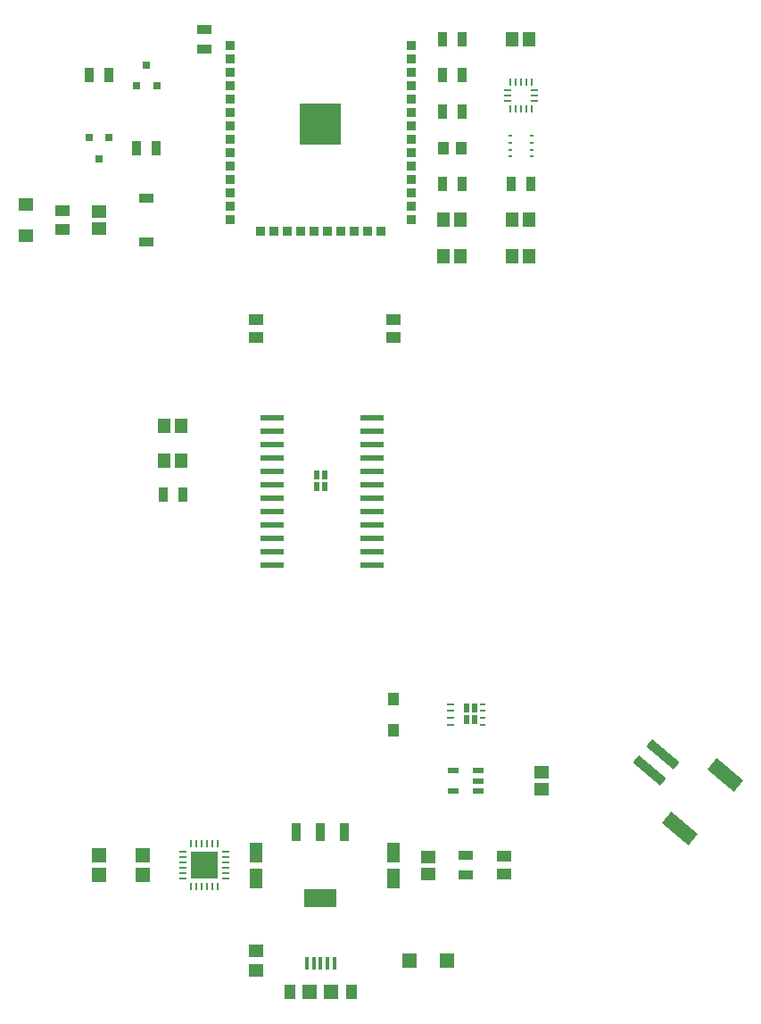
<source format=gtp>
G04*
G04 #@! TF.GenerationSoftware,Altium Limited,Altium Designer,19.1.6 (110)*
G04*
G04 Layer_Color=8421504*
%FSLAX25Y25*%
%MOIN*%
G70*
G01*
G75*
%ADD10R,0.02362X0.03543*%
%ADD11R,0.10158X0.10158*%
%ADD12O,0.00630X0.02992*%
%ADD13O,0.02992X0.00630*%
%ADD14R,0.04528X0.07284*%
%ADD15R,0.05512X0.05709*%
%ADD16R,0.01181X0.04921*%
%ADD17R,0.05315X0.04724*%
%ADD18R,0.03740X0.05315*%
%ADD19R,0.01575X0.00984*%
%ADD20R,0.04724X0.05315*%
%ADD21R,0.02165X0.00945*%
%ADD22R,0.02756X0.00945*%
G04:AMPARAMS|DCode=23|XSize=55.12mil|YSize=129.92mil|CornerRadius=0mil|HoleSize=0mil|Usage=FLASHONLY|Rotation=50.000|XOffset=0mil|YOffset=0mil|HoleType=Round|Shape=Rectangle|*
%AMROTATEDRECTD23*
4,1,4,0.03205,-0.06287,-0.06748,0.02064,-0.03205,0.06287,0.06748,-0.02064,0.03205,-0.06287,0.0*
%
%ADD23ROTATEDRECTD23*%

G04:AMPARAMS|DCode=24|XSize=35.43mil|YSize=133.86mil|CornerRadius=0mil|HoleSize=0mil|Usage=FLASHONLY|Rotation=50.000|XOffset=0mil|YOffset=0mil|HoleType=Round|Shape=Rectangle|*
%AMROTATEDRECTD24*
4,1,4,0.03988,-0.05659,-0.06266,0.02945,-0.03988,0.05659,0.06266,-0.02945,0.03988,-0.05659,0.0*
%
%ADD24ROTATEDRECTD24*%

G04:AMPARAMS|DCode=25|XSize=122.05mil|YSize=64.96mil|CornerRadius=0.1mil|HoleSize=0mil|Usage=FLASHONLY|Rotation=0.000|XOffset=0mil|YOffset=0mil|HoleType=Round|Shape=RoundedRectangle|*
%AMROUNDEDRECTD25*
21,1,0.12205,0.06476,0,0,0.0*
21,1,0.12185,0.06496,0,0,0.0*
1,1,0.00020,0.06093,-0.03238*
1,1,0.00020,-0.06093,-0.03238*
1,1,0.00020,-0.06093,0.03238*
1,1,0.00020,0.06093,0.03238*
%
%ADD25ROUNDEDRECTD25*%
G04:AMPARAMS|DCode=26|XSize=31.5mil|YSize=64.96mil|CornerRadius=0mil|HoleSize=0mil|Usage=FLASHONLY|Rotation=0.000|XOffset=0mil|YOffset=0mil|HoleType=Round|Shape=RoundedRectangle|*
%AMROUNDEDRECTD26*
21,1,0.03150,0.06496,0,0,0.0*
21,1,0.03150,0.06496,0,0,0.0*
1,1,0.00000,0.01575,-0.03248*
1,1,0.00000,-0.01575,-0.03248*
1,1,0.00000,-0.01575,0.03248*
1,1,0.00000,0.01575,0.03248*
%
%ADD26ROUNDEDRECTD26*%
%ADD27R,0.04409X0.04528*%
%ADD28R,0.05709X0.05512*%
%ADD29R,0.05709X0.05118*%
%ADD30R,0.03347X0.03543*%
%ADD31R,0.03543X0.03347*%
%ADD32R,0.15354X0.15354*%
%ADD33R,0.02756X0.03150*%
%ADD34R,0.05315X0.03740*%
%ADD35R,0.05512X0.03347*%
%ADD36R,0.09000X0.02300*%
%ADD37R,0.05512X0.05512*%
%ADD38R,0.03937X0.02165*%
%ADD39R,0.05315X0.04134*%
%ADD40R,0.05315X0.04331*%
%ADD41R,0.05512X0.05118*%
%ADD42R,0.01102X0.03102*%
%ADD43R,0.01106X0.03106*%
%ADD44R,0.03106X0.01106*%
%ADD45R,0.04331X0.04921*%
%ADD46R,0.04331X0.05709*%
%ADD47R,0.04331X0.05709*%
D10*
X57575Y-84835D02*
D03*
X54425D02*
D03*
Y-89165D02*
D03*
X57575D02*
D03*
X1575Y-2165D02*
D03*
X-1575D02*
D03*
Y2165D02*
D03*
X1575D02*
D03*
D11*
X-43500Y-143401D02*
D03*
D12*
X-48421Y-135330D02*
D03*
X-46453D02*
D03*
X-44484D02*
D03*
X-42516D02*
D03*
X-40547D02*
D03*
X-38579D02*
D03*
Y-151472D02*
D03*
X-40547D02*
D03*
X-42516D02*
D03*
X-44484D02*
D03*
X-46453D02*
D03*
X-48421D02*
D03*
D13*
X-35429Y-138480D02*
D03*
Y-140448D02*
D03*
Y-142417D02*
D03*
Y-144385D02*
D03*
Y-146354D02*
D03*
Y-148322D02*
D03*
X-51571D02*
D03*
Y-146354D02*
D03*
Y-144385D02*
D03*
Y-142417D02*
D03*
Y-140448D02*
D03*
Y-138480D02*
D03*
D14*
X27165Y-148224D02*
D03*
Y-138578D02*
D03*
X-23976Y-148224D02*
D03*
Y-138578D02*
D03*
D15*
X3937Y-190748D02*
D03*
X-3937D02*
D03*
D16*
X5118Y-180118D02*
D03*
X2559D02*
D03*
X0D02*
D03*
X-2559D02*
D03*
X-5118D02*
D03*
D17*
X40197Y-140251D02*
D03*
Y-146551D02*
D03*
X-82677Y94350D02*
D03*
Y100650D02*
D03*
X82677Y-115055D02*
D03*
Y-108755D02*
D03*
D18*
X71161Y111000D02*
D03*
X78445D02*
D03*
X45571D02*
D03*
X52854D02*
D03*
X-68602Y124303D02*
D03*
X-61319D02*
D03*
X-79035Y151500D02*
D03*
X-86319D02*
D03*
X-58760Y-5000D02*
D03*
X-51476Y-5000D02*
D03*
X45571Y165000D02*
D03*
X52854D02*
D03*
X45571Y151500D02*
D03*
X52854D02*
D03*
Y138000D02*
D03*
X45571D02*
D03*
D19*
X70768Y121161D02*
D03*
Y123721D02*
D03*
Y126279D02*
D03*
Y128839D02*
D03*
X78839Y128839D02*
D03*
Y126279D02*
D03*
Y123721D02*
D03*
Y121161D02*
D03*
D20*
X46063Y84000D02*
D03*
X52362D02*
D03*
X46063Y97500D02*
D03*
X52362D02*
D03*
X-51968Y7750D02*
D03*
X-58268D02*
D03*
X-51968Y20500D02*
D03*
X-58268D02*
D03*
X77953Y97500D02*
D03*
X71653D02*
D03*
X77953Y84000D02*
D03*
X71653D02*
D03*
X77953Y165000D02*
D03*
X71653D02*
D03*
D21*
X60532Y-83263D02*
D03*
Y-85822D02*
D03*
Y-88381D02*
D03*
Y-90940D02*
D03*
D22*
X48425Y-83263D02*
D03*
Y-85822D02*
D03*
Y-88381D02*
D03*
Y-90940D02*
D03*
D23*
X151131Y-109597D02*
D03*
X134176Y-129804D02*
D03*
D24*
X127842Y-102133D02*
D03*
X122781Y-108165D02*
D03*
D25*
X0Y-155704D02*
D03*
D26*
X-9055Y-131098D02*
D03*
X0D02*
D03*
X9055D02*
D03*
D27*
X27165Y-92909D02*
D03*
Y-81295D02*
D03*
D28*
X-82677Y-146944D02*
D03*
Y-139858D02*
D03*
X-66535Y-146944D02*
D03*
Y-139858D02*
D03*
D29*
X-23976Y-175394D02*
D03*
Y-182874D02*
D03*
D30*
X-33760Y162520D02*
D03*
Y157520D02*
D03*
Y152520D02*
D03*
Y147520D02*
D03*
Y142520D02*
D03*
Y137520D02*
D03*
Y132520D02*
D03*
Y127520D02*
D03*
Y122520D02*
D03*
Y117520D02*
D03*
Y112520D02*
D03*
Y107520D02*
D03*
Y102520D02*
D03*
Y97520D02*
D03*
X-12500Y93386D02*
D03*
X33760Y97520D02*
D03*
Y102520D02*
D03*
Y107520D02*
D03*
Y112520D02*
D03*
Y117520D02*
D03*
Y122520D02*
D03*
Y127520D02*
D03*
Y132520D02*
D03*
Y137520D02*
D03*
Y142520D02*
D03*
Y147520D02*
D03*
Y152520D02*
D03*
Y157520D02*
D03*
Y162520D02*
D03*
D31*
X-22500Y93386D02*
D03*
X-17500D02*
D03*
X-7500D02*
D03*
X-2500D02*
D03*
X2500D02*
D03*
X7500D02*
D03*
X12500D02*
D03*
X17500D02*
D03*
X22500D02*
D03*
D32*
X0Y133445D02*
D03*
D33*
X-78937Y128240D02*
D03*
X-86417D02*
D03*
X-82677Y120366D02*
D03*
X-68701Y147563D02*
D03*
X-61221D02*
D03*
X-64961Y155437D02*
D03*
D34*
X-43500Y161358D02*
D03*
Y168642D02*
D03*
X54331Y-147043D02*
D03*
Y-139759D02*
D03*
D35*
X-64961Y89331D02*
D03*
Y105669D02*
D03*
D36*
X19150Y-31500D02*
D03*
Y-26500D02*
D03*
Y-21500D02*
D03*
Y-16500D02*
D03*
Y-11500D02*
D03*
Y-6500D02*
D03*
Y-1500D02*
D03*
Y3500D02*
D03*
Y8500D02*
D03*
Y13500D02*
D03*
Y18500D02*
D03*
Y23500D02*
D03*
X-18150D02*
D03*
Y18500D02*
D03*
Y13500D02*
D03*
Y8500D02*
D03*
Y3500D02*
D03*
Y-1500D02*
D03*
Y-6500D02*
D03*
Y-11500D02*
D03*
Y-16500D02*
D03*
Y-21500D02*
D03*
Y-26500D02*
D03*
Y-31500D02*
D03*
D37*
X33307Y-179134D02*
D03*
X47087D02*
D03*
D38*
X59055Y-115645D02*
D03*
Y-111905D02*
D03*
Y-108165D02*
D03*
X49606D02*
D03*
Y-115645D02*
D03*
D39*
X68465Y-139956D02*
D03*
Y-146846D02*
D03*
X-96457Y100945D02*
D03*
Y94055D02*
D03*
D40*
X-23976Y53740D02*
D03*
Y60433D02*
D03*
X27165Y60433D02*
D03*
Y53740D02*
D03*
D41*
X-110236Y103405D02*
D03*
Y91594D02*
D03*
D42*
X78740Y149020D02*
D03*
D43*
X76772D02*
D03*
X74803D02*
D03*
X72835D02*
D03*
X70866D02*
D03*
Y138980D02*
D03*
X72835D02*
D03*
X74803D02*
D03*
X76772D02*
D03*
X78740D02*
D03*
D44*
X69784Y145968D02*
D03*
Y144000D02*
D03*
Y142032D02*
D03*
X79823D02*
D03*
Y144000D02*
D03*
Y145968D02*
D03*
D45*
X45866Y124303D02*
D03*
X52559D02*
D03*
D46*
X11417Y-190748D02*
D03*
D47*
X-11417Y-190748D02*
D03*
M02*

</source>
